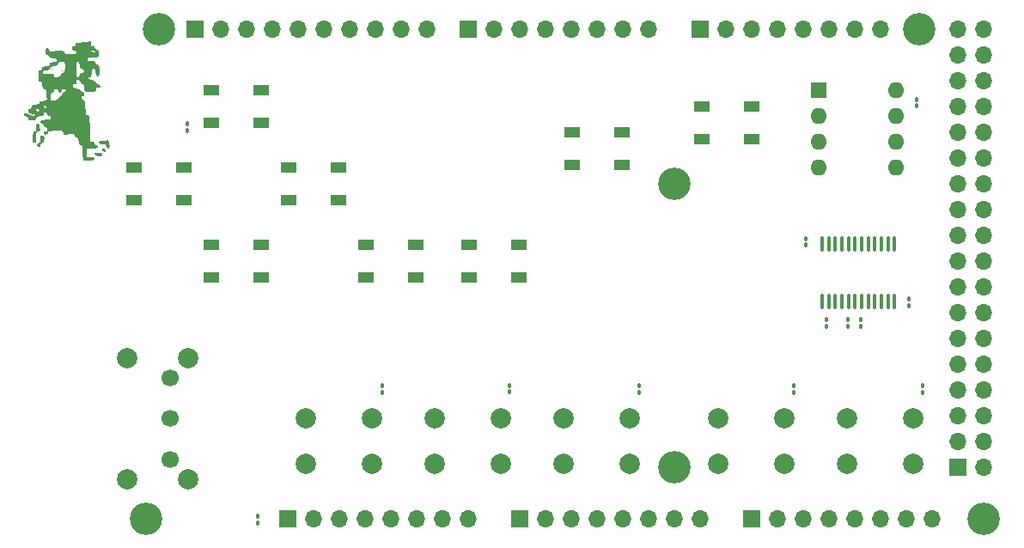
<source format=gts>
%TF.GenerationSoftware,KiCad,Pcbnew,(6.0.7)*%
%TF.CreationDate,2022-10-21T14:36:51-04:00*%
%TF.ProjectId,dmgc-attiny-arduino-mega,646d6763-2d61-4747-9469-6e792d617264,rev?*%
%TF.SameCoordinates,Original*%
%TF.FileFunction,Soldermask,Top*%
%TF.FilePolarity,Negative*%
%FSLAX46Y46*%
G04 Gerber Fmt 4.6, Leading zero omitted, Abs format (unit mm)*
G04 Created by KiCad (PCBNEW (6.0.7)) date 2022-10-21 14:36:51*
%MOMM*%
%LPD*%
G01*
G04 APERTURE LIST*
G04 Aperture macros list*
%AMRoundRect*
0 Rectangle with rounded corners*
0 $1 Rounding radius*
0 $2 $3 $4 $5 $6 $7 $8 $9 X,Y pos of 4 corners*
0 Add a 4 corners polygon primitive as box body*
4,1,4,$2,$3,$4,$5,$6,$7,$8,$9,$2,$3,0*
0 Add four circle primitives for the rounded corners*
1,1,$1+$1,$2,$3*
1,1,$1+$1,$4,$5*
1,1,$1+$1,$6,$7*
1,1,$1+$1,$8,$9*
0 Add four rect primitives between the rounded corners*
20,1,$1+$1,$2,$3,$4,$5,0*
20,1,$1+$1,$4,$5,$6,$7,0*
20,1,$1+$1,$6,$7,$8,$9,0*
20,1,$1+$1,$8,$9,$2,$3,0*%
G04 Aperture macros list end*
%ADD10R,1.700000X1.700000*%
%ADD11O,1.700000X1.700000*%
%ADD12RoundRect,0.100000X-0.100000X0.130000X-0.100000X-0.130000X0.100000X-0.130000X0.100000X0.130000X0*%
%ADD13RoundRect,0.100000X0.100000X-0.130000X0.100000X0.130000X-0.100000X0.130000X-0.100000X-0.130000X0*%
%ADD14C,2.000000*%
%ADD15C,3.200000*%
%ADD16R,1.500000X1.000000*%
%ADD17RoundRect,0.100000X-0.100000X0.637500X-0.100000X-0.637500X0.100000X-0.637500X0.100000X0.637500X0*%
%ADD18C,1.700000*%
%ADD19R,1.600000X1.600000*%
%ADD20O,1.600000X1.600000*%
G04 APERTURE END LIST*
%TO.C,G\u002A\u002A\u002A*%
G36*
X109985097Y-61034460D02*
G01*
X110020473Y-61116172D01*
X110016071Y-61252468D01*
X109912406Y-61285505D01*
X109759811Y-61227877D01*
X109714500Y-61166782D01*
X109702152Y-61031167D01*
X109719552Y-60997449D01*
X109860174Y-60947157D01*
X109985097Y-61034460D01*
G37*
G36*
X102539386Y-57052172D02*
G01*
X102686169Y-56980784D01*
X102729886Y-56861672D01*
X102737800Y-56840505D01*
X103899941Y-56840505D01*
X103970244Y-56943983D01*
X104066617Y-56967505D01*
X104187912Y-56926486D01*
X104184559Y-56840505D01*
X104077956Y-56727981D01*
X104017882Y-56713505D01*
X103913544Y-56781474D01*
X103899941Y-56840505D01*
X102737800Y-56840505D01*
X102776744Y-56736347D01*
X102902432Y-56672241D01*
X103116774Y-56645137D01*
X103350032Y-56613112D01*
X103455844Y-56547375D01*
X103476608Y-56454637D01*
X103506520Y-56347010D01*
X103625301Y-56299304D01*
X103817931Y-56290172D01*
X104044249Y-56271200D01*
X104175607Y-56193648D01*
X104228399Y-56026563D01*
X104222468Y-55844801D01*
X104577274Y-55844801D01*
X104586052Y-56065680D01*
X104607867Y-56201583D01*
X104615209Y-56215217D01*
X104715540Y-56231734D01*
X104919749Y-56226706D01*
X104996209Y-56220435D01*
X105223040Y-56181743D01*
X105322733Y-56107370D01*
X105339274Y-56019352D01*
X105412340Y-55859366D01*
X105508608Y-55806704D01*
X105646389Y-55706108D01*
X105677941Y-55608852D01*
X105751557Y-55470950D01*
X105867576Y-55428227D01*
X106034619Y-55356495D01*
X106091906Y-55241562D01*
X106034537Y-55139531D01*
X105895816Y-55104838D01*
X105726748Y-55142142D01*
X105677943Y-55272694D01*
X105677941Y-55274172D01*
X105618072Y-55415676D01*
X105508608Y-55443505D01*
X105367103Y-55383636D01*
X105339274Y-55274172D01*
X105289665Y-55141387D01*
X105127608Y-55104838D01*
X104959555Y-55146485D01*
X104915941Y-55264297D01*
X104844430Y-55413282D01*
X104746608Y-55468037D01*
X104631211Y-55538073D01*
X104583023Y-55698769D01*
X104577274Y-55844801D01*
X104222468Y-55844801D01*
X104219015Y-55738990D01*
X104199766Y-55569134D01*
X104154577Y-55294527D01*
X104095805Y-55152391D01*
X104006289Y-55105900D01*
X103983383Y-55104838D01*
X103877440Y-55068674D01*
X103821007Y-54933510D01*
X103798976Y-54745005D01*
X103767565Y-54512751D01*
X103702795Y-54407105D01*
X103603608Y-54385172D01*
X103512257Y-54366672D01*
X103457572Y-54286829D01*
X103427132Y-54109122D01*
X103409239Y-53813671D01*
X103400143Y-53510100D01*
X103406356Y-53425223D01*
X103815274Y-53425223D01*
X103839980Y-53520704D01*
X103934349Y-53575581D01*
X104128763Y-53596388D01*
X104453602Y-53589661D01*
X104556108Y-53584583D01*
X104783813Y-53583175D01*
X104888707Y-53624227D01*
X104915781Y-53727491D01*
X104915941Y-53742546D01*
X104942457Y-53858599D01*
X105052359Y-53909454D01*
X105248719Y-53919505D01*
X105470553Y-53903888D01*
X105574946Y-53839244D01*
X105608552Y-53729005D01*
X105703053Y-53558570D01*
X105813562Y-53513094D01*
X105915006Y-53477915D01*
X105971454Y-53381696D01*
X105998145Y-53183138D01*
X106002248Y-53087774D01*
X107134731Y-53087774D01*
X107135858Y-53418159D01*
X107146811Y-53683154D01*
X107165393Y-53837262D01*
X107171736Y-53854462D01*
X107284092Y-53914945D01*
X107420407Y-53862344D01*
X107515682Y-53727661D01*
X107525329Y-53685807D01*
X107609534Y-53527185D01*
X107715829Y-53496172D01*
X107850835Y-53441733D01*
X107882613Y-53321270D01*
X107816078Y-53199064D01*
X107688774Y-53142227D01*
X107563450Y-53095369D01*
X107499344Y-52969680D01*
X107472239Y-52755338D01*
X107438111Y-52518353D01*
X107368921Y-52412202D01*
X107294962Y-52395505D01*
X107219431Y-52415277D01*
X107172909Y-52496493D01*
X107147792Y-52672007D01*
X107136476Y-52974669D01*
X107134731Y-53087774D01*
X106002248Y-53087774D01*
X106006438Y-52990392D01*
X106002834Y-52716291D01*
X105978169Y-52517200D01*
X105947542Y-52447480D01*
X105821732Y-52429946D01*
X105607291Y-52445638D01*
X105564166Y-52452093D01*
X105338550Y-52518363D01*
X105256101Y-52628320D01*
X105254608Y-52650969D01*
X105207254Y-52755182D01*
X105043545Y-52824420D01*
X104866924Y-52857748D01*
X104621016Y-52911073D01*
X104522415Y-52980545D01*
X104524560Y-53033983D01*
X104527936Y-53155307D01*
X104408300Y-53225801D01*
X104144408Y-53257124D01*
X104115774Y-53258312D01*
X103905256Y-53288118D01*
X103821866Y-53370529D01*
X103815274Y-53425223D01*
X103406356Y-53425223D01*
X103412713Y-53338387D01*
X103456553Y-53261485D01*
X103541267Y-53242350D01*
X103557406Y-53242171D01*
X103702730Y-53183163D01*
X103730608Y-53082452D01*
X103770396Y-52973369D01*
X103914581Y-52904002D01*
X104111608Y-52865597D01*
X104357744Y-52811935D01*
X104471649Y-52734264D01*
X104492608Y-52649185D01*
X104528291Y-52542795D01*
X104662178Y-52486199D01*
X104852441Y-52463873D01*
X105084695Y-52432462D01*
X105190341Y-52367693D01*
X105212274Y-52268505D01*
X105180362Y-52155779D01*
X105056247Y-52097272D01*
X104861154Y-52073562D01*
X104613697Y-52032562D01*
X104491727Y-51943457D01*
X104466914Y-51883062D01*
X104354559Y-51744248D01*
X104246534Y-51718171D01*
X104131080Y-51692280D01*
X104079939Y-51584361D01*
X104069274Y-51379505D01*
X104083474Y-51157937D01*
X104140869Y-51060012D01*
X104238608Y-51040838D01*
X104378717Y-51099191D01*
X104407941Y-51218596D01*
X104417656Y-51302569D01*
X104468447Y-51352936D01*
X104592781Y-51376034D01*
X104823128Y-51378203D01*
X105166874Y-51366762D01*
X105528423Y-51355419D01*
X105754344Y-51359715D01*
X105878065Y-51385616D01*
X105933017Y-51439087D01*
X105950040Y-51506505D01*
X106032827Y-51644960D01*
X106122441Y-51668783D01*
X106292156Y-51661876D01*
X106553904Y-51652391D01*
X106693941Y-51647616D01*
X106948743Y-51629502D01*
X107075651Y-51585410D01*
X107105424Y-51520373D01*
X108175608Y-51520373D01*
X108577774Y-51534605D01*
X108833393Y-51530150D01*
X108955654Y-51486937D01*
X108979941Y-51421838D01*
X108906175Y-51321720D01*
X108747108Y-51300789D01*
X108597398Y-51311065D01*
X108603902Y-51340374D01*
X108683608Y-51376128D01*
X108762103Y-51422931D01*
X108705096Y-51455569D01*
X108514274Y-51482945D01*
X108175608Y-51520373D01*
X107105424Y-51520373D01*
X107115910Y-51497468D01*
X107117274Y-51464172D01*
X107067665Y-51331387D01*
X106905608Y-51294838D01*
X106744486Y-51259869D01*
X106694835Y-51122178D01*
X106693941Y-51083172D01*
X106733628Y-50917190D01*
X106863274Y-50871505D01*
X107004778Y-50811636D01*
X107032608Y-50702172D01*
X107075037Y-50575796D01*
X107230059Y-50533712D01*
X107274188Y-50532838D01*
X107490905Y-50523966D01*
X107797791Y-50501061D01*
X108036188Y-50478444D01*
X108556608Y-50424050D01*
X108556608Y-50653099D01*
X108581481Y-50817969D01*
X108683653Y-50861314D01*
X108747108Y-50855660D01*
X108904299Y-50878361D01*
X108964663Y-51019671D01*
X109046762Y-51177870D01*
X109146270Y-51210171D01*
X109254284Y-51252665D01*
X109313749Y-51405130D01*
X109333538Y-51553237D01*
X109345615Y-51777058D01*
X109335867Y-51917452D01*
X109328320Y-51934237D01*
X109230319Y-51953916D01*
X109012385Y-51967628D01*
X108754163Y-51972172D01*
X108463175Y-51975837D01*
X108302711Y-51997509D01*
X108233975Y-52053195D01*
X108218169Y-52158908D01*
X108217941Y-52193452D01*
X108228569Y-52328046D01*
X108290712Y-52383134D01*
X108449761Y-52378725D01*
X108592499Y-52358563D01*
X108825079Y-52331679D01*
X108939964Y-52354390D01*
X108985564Y-52443374D01*
X108994666Y-52497116D01*
X109089470Y-52671053D01*
X109212774Y-52718893D01*
X109316165Y-52748220D01*
X109373448Y-52825806D01*
X109398019Y-52991836D01*
X109403274Y-53286497D01*
X109403274Y-53290393D01*
X109397623Y-53586850D01*
X109373166Y-53751479D01*
X109318646Y-53821620D01*
X109239129Y-53834838D01*
X109127034Y-53796804D01*
X109057302Y-53656961D01*
X109019155Y-53462549D01*
X108965430Y-53221008D01*
X108889274Y-53118303D01*
X108823467Y-53111000D01*
X108737306Y-53137327D01*
X108688632Y-53211487D01*
X108664052Y-53374904D01*
X108651040Y-53644338D01*
X108620055Y-53840964D01*
X108527711Y-53914717D01*
X108471941Y-53919505D01*
X108315468Y-53950086D01*
X108292993Y-54023420D01*
X108384493Y-54111894D01*
X108569946Y-54187894D01*
X108683608Y-54211413D01*
X108928100Y-54264080D01*
X109041838Y-54340227D01*
X109064608Y-54432693D01*
X109127763Y-54571504D01*
X109224882Y-54596838D01*
X109383989Y-54659087D01*
X109436549Y-54730763D01*
X109480086Y-54877178D01*
X109424092Y-54929130D01*
X109276274Y-54935505D01*
X109115152Y-54970474D01*
X109065501Y-55108165D01*
X109064608Y-55147172D01*
X109054840Y-55261342D01*
X108999922Y-55324720D01*
X108861434Y-55352216D01*
X108600953Y-55358737D01*
X108519142Y-55358838D01*
X107973677Y-55358838D01*
X107947642Y-54999005D01*
X107915261Y-54764086D01*
X107845303Y-54650239D01*
X107731108Y-54612116D01*
X107573111Y-54530316D01*
X107540608Y-54431486D01*
X107464180Y-54291753D01*
X107321026Y-54235936D01*
X107165022Y-54224502D01*
X107126934Y-54303245D01*
X107139952Y-54395399D01*
X107140179Y-54547424D01*
X107029906Y-54595307D01*
X106978533Y-54596838D01*
X106823111Y-54637055D01*
X106778698Y-54787146D01*
X106778608Y-54798891D01*
X106802101Y-54929108D01*
X106901962Y-55003498D01*
X107122260Y-55052378D01*
X107154244Y-55057275D01*
X107430022Y-55127774D01*
X107551632Y-55236235D01*
X107557540Y-55257236D01*
X107652708Y-55375220D01*
X107753404Y-55401019D01*
X107903986Y-55470864D01*
X107948663Y-55591672D01*
X107932623Y-55740815D01*
X107802497Y-55782168D01*
X107800496Y-55782172D01*
X107655043Y-55839060D01*
X107625274Y-55951505D01*
X107686010Y-56094143D01*
X107783687Y-56120838D01*
X107861060Y-56140144D01*
X107914427Y-56218939D01*
X107952749Y-56388538D01*
X107984984Y-56680255D01*
X108001710Y-56882838D01*
X108034778Y-57249430D01*
X108069872Y-57477612D01*
X108115513Y-57598183D01*
X108180220Y-57641942D01*
X108212504Y-57644838D01*
X108306056Y-57698714D01*
X108376810Y-57868528D01*
X108426574Y-58166556D01*
X108457156Y-58605074D01*
X108470363Y-59196360D01*
X108471205Y-59401672D01*
X108471941Y-60269505D01*
X108683608Y-60269505D01*
X108849589Y-60309192D01*
X108895274Y-60438838D01*
X108955143Y-60580342D01*
X109064608Y-60608172D01*
X109206112Y-60668040D01*
X109233941Y-60777505D01*
X109216789Y-60869145D01*
X109140387Y-60920237D01*
X108967320Y-60942293D01*
X108683608Y-60946838D01*
X108133274Y-60946838D01*
X108133274Y-61793505D01*
X108505216Y-61793505D01*
X108784565Y-61821631D01*
X108918554Y-61903057D01*
X108922715Y-61912227D01*
X108941783Y-62022402D01*
X108877000Y-62089000D01*
X108701202Y-62122170D01*
X108387225Y-62132065D01*
X108334126Y-62132172D01*
X107801200Y-62132172D01*
X107776737Y-61391338D01*
X107761681Y-61034808D01*
X107739619Y-60815074D01*
X107702041Y-60699606D01*
X107640438Y-60655873D01*
X107582941Y-60650505D01*
X107470687Y-60618943D01*
X107412181Y-60495917D01*
X107387831Y-60295956D01*
X107354477Y-60062106D01*
X107281973Y-59949659D01*
X107176164Y-59914956D01*
X107008238Y-59817299D01*
X106963702Y-59701695D01*
X106937641Y-59601471D01*
X106869134Y-59551117D01*
X106717905Y-59540877D01*
X106443677Y-59560997D01*
X106399605Y-59565080D01*
X106107979Y-59588663D01*
X105944164Y-59583233D01*
X105867611Y-59537915D01*
X105837772Y-59441830D01*
X105833510Y-59413223D01*
X105774101Y-59262070D01*
X105699108Y-59219638D01*
X105567049Y-59225366D01*
X105316772Y-59232630D01*
X104999368Y-59239970D01*
X104958274Y-59240805D01*
X104633246Y-59251528D01*
X104442539Y-59274232D01*
X104351155Y-59318950D01*
X104324093Y-59395715D01*
X104323274Y-59422838D01*
X104261258Y-59553485D01*
X104126128Y-59594036D01*
X103994258Y-59533931D01*
X103957166Y-59473449D01*
X103953708Y-59323801D01*
X104094651Y-59257766D01*
X104173941Y-59253505D01*
X104295006Y-59207779D01*
X104307996Y-59063005D01*
X104223831Y-58903665D01*
X104111723Y-58872389D01*
X103970209Y-58812235D01*
X103942390Y-58703056D01*
X103873012Y-58551715D01*
X103751774Y-58506783D01*
X103592827Y-58423504D01*
X103561274Y-58320323D01*
X103584605Y-58230820D01*
X103679234Y-58177794D01*
X103882115Y-58148352D01*
X104090441Y-58135712D01*
X104382745Y-58115591D01*
X104546285Y-58080009D01*
X104621631Y-58013233D01*
X104646663Y-57920005D01*
X104635306Y-57777712D01*
X104514486Y-57731213D01*
X104456163Y-57729505D01*
X104287252Y-57692083D01*
X104238609Y-57561205D01*
X104238608Y-57560172D01*
X104178739Y-57418667D01*
X104069274Y-57390838D01*
X103927115Y-57451305D01*
X103899941Y-57554984D01*
X103862794Y-57665889D01*
X103725638Y-57735458D01*
X103518941Y-57776264D01*
X103272965Y-57829830D01*
X103159074Y-57907353D01*
X103137941Y-57993118D01*
X103109619Y-58093539D01*
X102996732Y-58140926D01*
X102757402Y-58152838D01*
X102756941Y-58152838D01*
X102518846Y-58141759D01*
X102406258Y-58095753D01*
X102376086Y-57995669D01*
X102375941Y-57983505D01*
X102315220Y-57840932D01*
X102216482Y-57814172D01*
X102067497Y-57742661D01*
X102012742Y-57644838D01*
X102012804Y-57516784D01*
X102133533Y-57476385D01*
X102174858Y-57475505D01*
X102351982Y-57521975D01*
X102429990Y-57602505D01*
X102536362Y-57698534D01*
X102714985Y-57736106D01*
X102900183Y-57717473D01*
X103026279Y-57644891D01*
X103046590Y-57581338D01*
X103024906Y-57501106D01*
X102997201Y-57539005D01*
X102890012Y-57615792D01*
X102728719Y-57638887D01*
X102581252Y-57628639D01*
X102590419Y-57598230D01*
X102672274Y-57560172D01*
X102772638Y-57508187D01*
X102725865Y-57486821D01*
X102608774Y-57481456D01*
X102436609Y-57447843D01*
X102378640Y-57328047D01*
X102375941Y-57263838D01*
X102396605Y-57179172D01*
X103137941Y-57179172D01*
X103208527Y-57282600D01*
X103307274Y-57306172D01*
X103445178Y-57253232D01*
X103476608Y-57179172D01*
X103406021Y-57075743D01*
X103307274Y-57052172D01*
X103169370Y-57105111D01*
X103137941Y-57179172D01*
X102396605Y-57179172D01*
X102416737Y-57096688D01*
X102539386Y-57052172D01*
G37*
G36*
X103909879Y-59690084D02*
G01*
X103969440Y-59760947D01*
X103974875Y-59936118D01*
X103968309Y-60036672D01*
X103936898Y-60268925D01*
X103872129Y-60374572D01*
X103772941Y-60396505D01*
X103643569Y-60441998D01*
X103623776Y-60587005D01*
X103604421Y-60731436D01*
X103473673Y-60776607D01*
X103433276Y-60777505D01*
X103266630Y-60736304D01*
X103222608Y-60614060D01*
X103293995Y-60467276D01*
X103413108Y-60423560D01*
X103532085Y-60386345D01*
X103580248Y-60287593D01*
X103578279Y-60077928D01*
X103575160Y-60036672D01*
X103565455Y-59811174D01*
X103600948Y-59707174D01*
X103706978Y-59678008D01*
X103770529Y-59676838D01*
X103909879Y-59690084D01*
G37*
G36*
X103462026Y-58565522D02*
G01*
X103520533Y-58688927D01*
X103544659Y-58887186D01*
X103549853Y-59114036D01*
X103506851Y-59223567D01*
X103393753Y-59265737D01*
X103377650Y-59268186D01*
X103273321Y-59297450D01*
X103215097Y-59374126D01*
X103189403Y-59538318D01*
X103182663Y-59830131D01*
X103182598Y-59844417D01*
X103173621Y-60150065D01*
X103143419Y-60324265D01*
X103082208Y-60404513D01*
X103031851Y-60422174D01*
X102883757Y-60389203D01*
X102836543Y-60329170D01*
X102805083Y-60149361D01*
X102804356Y-59900924D01*
X102828504Y-59639002D01*
X102871667Y-59418738D01*
X102927989Y-59295276D01*
X102947441Y-59285255D01*
X103109291Y-59267103D01*
X103132804Y-59264088D01*
X103178077Y-59181961D01*
X103197721Y-58988031D01*
X103196304Y-58893672D01*
X103197423Y-58665053D01*
X103240545Y-58559882D01*
X103344543Y-58533860D01*
X103349608Y-58533838D01*
X103462026Y-58565522D01*
G37*
G36*
X104069274Y-56840505D02*
G01*
X104026941Y-56882838D01*
X103984608Y-56840505D01*
X104026941Y-56798172D01*
X104069274Y-56840505D01*
G37*
G36*
X105762608Y-53284505D02*
G01*
X105720274Y-53326838D01*
X105677941Y-53284505D01*
X105720274Y-53242172D01*
X105762608Y-53284505D01*
G37*
G36*
X104803052Y-53101060D02*
G01*
X104791430Y-53151395D01*
X104746608Y-53157505D01*
X104676917Y-53126527D01*
X104690163Y-53101060D01*
X104790643Y-53090927D01*
X104803052Y-53101060D01*
G37*
G36*
X110365067Y-60442971D02*
G01*
X110410751Y-60724218D01*
X110399869Y-60878163D01*
X110324447Y-60939714D01*
X110249941Y-60946838D01*
X110117156Y-60897229D01*
X110080608Y-60735172D01*
X110064816Y-60604556D01*
X109987194Y-60542672D01*
X109802371Y-60524313D01*
X109699608Y-60523505D01*
X109472388Y-60506688D01*
X109336090Y-60464141D01*
X109318608Y-60438838D01*
X109317594Y-60299882D01*
X109317482Y-60293395D01*
X109393676Y-60256363D01*
X109592514Y-60222161D01*
X109813609Y-60202278D01*
X110310860Y-60171936D01*
X110365067Y-60442971D01*
G37*
G36*
X109514369Y-61381251D02*
G01*
X109626957Y-61427257D01*
X109657129Y-61527340D01*
X109657274Y-61539505D01*
X109627985Y-61651465D01*
X109510389Y-61700111D01*
X109327666Y-61708838D01*
X109062356Y-61674193D01*
X108946666Y-61574913D01*
X108907257Y-61452176D01*
X108936892Y-61392011D01*
X109071495Y-61372105D01*
X109276274Y-61370172D01*
X109514369Y-61381251D01*
G37*
%TD*%
D10*
%TO.C,J4*%
X193980000Y-92380000D03*
D11*
X196520000Y-92380000D03*
X193980000Y-89840000D03*
X196520000Y-89840000D03*
X193980000Y-87300000D03*
X196520000Y-87300000D03*
X193980000Y-84760000D03*
X196520000Y-84760000D03*
X193980000Y-82220000D03*
X196520000Y-82220000D03*
X193980000Y-79680000D03*
X196520000Y-79680000D03*
X193980000Y-77140000D03*
X196520000Y-77140000D03*
X193980000Y-74600000D03*
X196520000Y-74600000D03*
X193980000Y-72060000D03*
X196520000Y-72060000D03*
X193980000Y-69520000D03*
X196520000Y-69520000D03*
X193980000Y-66980000D03*
X196520000Y-66980000D03*
X193980000Y-64440000D03*
X196520000Y-64440000D03*
X193980000Y-61900000D03*
X196520000Y-61900000D03*
X193980000Y-59360000D03*
X196520000Y-59360000D03*
X193980000Y-56820000D03*
X196520000Y-56820000D03*
X193980000Y-54280000D03*
X196520000Y-54280000D03*
X193980000Y-51740000D03*
X196520000Y-51740000D03*
X193980000Y-49200000D03*
X196520000Y-49200000D03*
%TD*%
D10*
%TO.C,J1*%
X127940000Y-97460000D03*
D11*
X130480000Y-97460000D03*
X133020000Y-97460000D03*
X135560000Y-97460000D03*
X138100000Y-97460000D03*
X140640000Y-97460000D03*
X143180000Y-97460000D03*
X145720000Y-97460000D03*
%TD*%
D10*
%TO.C,J2*%
X150800000Y-97460000D03*
D11*
X153340000Y-97460000D03*
X155880000Y-97460000D03*
X158420000Y-97460000D03*
X160960000Y-97460000D03*
X163500000Y-97460000D03*
X166040000Y-97460000D03*
X168580000Y-97460000D03*
%TD*%
D10*
%TO.C,J3*%
X173660000Y-97460000D03*
D11*
X176200000Y-97460000D03*
X178740000Y-97460000D03*
X181280000Y-97460000D03*
X183820000Y-97460000D03*
X186360000Y-97460000D03*
X188900000Y-97460000D03*
X191440000Y-97460000D03*
%TD*%
D10*
%TO.C,J5*%
X118796000Y-49200000D03*
D11*
X121336000Y-49200000D03*
X123876000Y-49200000D03*
X126416000Y-49200000D03*
X128956000Y-49200000D03*
X131496000Y-49200000D03*
X134036000Y-49200000D03*
X136576000Y-49200000D03*
X139116000Y-49200000D03*
X141656000Y-49200000D03*
%TD*%
D10*
%TO.C,J6*%
X145720000Y-49200000D03*
D11*
X148260000Y-49200000D03*
X150800000Y-49200000D03*
X153340000Y-49200000D03*
X155880000Y-49200000D03*
X158420000Y-49200000D03*
X160960000Y-49200000D03*
X163500000Y-49200000D03*
%TD*%
D10*
%TO.C,J7*%
X168580000Y-49200000D03*
D11*
X171120000Y-49200000D03*
X173660000Y-49200000D03*
X176200000Y-49200000D03*
X178740000Y-49200000D03*
X181280000Y-49200000D03*
X183820000Y-49200000D03*
X186360000Y-49200000D03*
%TD*%
D12*
%TO.C,R10*%
X190537972Y-84363220D03*
X190537972Y-85003220D03*
%TD*%
D13*
%TO.C,R2*%
X189154000Y-76444000D03*
X189154000Y-75804000D03*
%TD*%
D12*
%TO.C,R9*%
X137252690Y-84363220D03*
X137252690Y-85003220D03*
%TD*%
D14*
%TO.C,SW4*%
X142470000Y-87590000D03*
X148970000Y-87590000D03*
X142470000Y-92090000D03*
X148970000Y-92090000D03*
%TD*%
D15*
%TO.C,MH6*%
X196520000Y-97460000D03*
%TD*%
D14*
%TO.C,SW5*%
X129770000Y-87590000D03*
X136270000Y-87590000D03*
X129770000Y-92090000D03*
X136270000Y-92090000D03*
%TD*%
D12*
%TO.C,R8*%
X149844601Y-84337626D03*
X149844601Y-84977626D03*
%TD*%
%TO.C,R7*%
X162641258Y-84363220D03*
X162641258Y-85003220D03*
%TD*%
D16*
%TO.C,D2*%
X112790000Y-62840000D03*
X112790000Y-66040000D03*
X117690000Y-66040000D03*
X117690000Y-62840000D03*
%TD*%
D13*
%TO.C,C1*%
X125019000Y-97871000D03*
X125019000Y-97231000D03*
%TD*%
D17*
%TO.C,U2*%
X187776000Y-70340500D03*
X187126000Y-70340500D03*
X186476000Y-70340500D03*
X185826000Y-70340500D03*
X185176000Y-70340500D03*
X184526000Y-70340500D03*
X183876000Y-70340500D03*
X183226000Y-70340500D03*
X182576000Y-70340500D03*
X181926000Y-70340500D03*
X181276000Y-70340500D03*
X180626000Y-70340500D03*
X180626000Y-76065500D03*
X181276000Y-76065500D03*
X181926000Y-76065500D03*
X182576000Y-76065500D03*
X183226000Y-76065500D03*
X183876000Y-76065500D03*
X184526000Y-76065500D03*
X185176000Y-76065500D03*
X185826000Y-76065500D03*
X186476000Y-76065500D03*
X187126000Y-76065500D03*
X187776000Y-76065500D03*
%TD*%
D12*
%TO.C,R6*%
X177843687Y-84363220D03*
X177843687Y-85003220D03*
%TD*%
D15*
%TO.C,MH1*%
X115240000Y-49200000D03*
%TD*%
D16*
%TO.C,D7*%
X160870000Y-59360000D03*
X160870000Y-62560000D03*
X155970000Y-62560000D03*
X155970000Y-59360000D03*
%TD*%
%TO.C,D6*%
X145810000Y-70460000D03*
X145810000Y-73660000D03*
X150710000Y-73660000D03*
X150710000Y-70460000D03*
%TD*%
D14*
%TO.C,SW2*%
X170410000Y-87590000D03*
X176910000Y-87590000D03*
X170410000Y-92090000D03*
X176910000Y-92090000D03*
%TD*%
%TO.C,SW6*%
X183110000Y-87590000D03*
X189610000Y-87590000D03*
X183110000Y-92090000D03*
X189610000Y-92090000D03*
%TD*%
D16*
%TO.C,D3*%
X120410000Y-70460000D03*
X120410000Y-73660000D03*
X125310000Y-73660000D03*
X125310000Y-70460000D03*
%TD*%
D14*
%TO.C,SW1*%
X112131500Y-81596500D03*
X112131500Y-93596500D03*
X118131500Y-93596500D03*
X118131500Y-81596500D03*
D18*
X116381500Y-83596500D03*
X116381500Y-87596500D03*
X116381500Y-91596500D03*
%TD*%
D13*
%TO.C,R4*%
X183185000Y-78476000D03*
X183185000Y-77836000D03*
%TD*%
D16*
%TO.C,D5*%
X135650000Y-70460000D03*
X135650000Y-73660000D03*
X140550000Y-73660000D03*
X140550000Y-70460000D03*
%TD*%
D12*
%TO.C,C3*%
X178994000Y-69835000D03*
X178994000Y-70475000D03*
%TD*%
D13*
%TO.C,R3*%
X181026000Y-78476000D03*
X181026000Y-77836000D03*
%TD*%
%TO.C,R5*%
X184455000Y-78476000D03*
X184455000Y-77836000D03*
%TD*%
D14*
%TO.C,SW3*%
X155170000Y-87590000D03*
X161670000Y-87590000D03*
X155170000Y-92090000D03*
X161670000Y-92090000D03*
%TD*%
D16*
%TO.C,D4*%
X128030000Y-62840000D03*
X128030000Y-66040000D03*
X132930000Y-66040000D03*
X132930000Y-62840000D03*
%TD*%
D12*
%TO.C,C2*%
X189916000Y-56119000D03*
X189916000Y-56759000D03*
%TD*%
D13*
%TO.C,R1*%
X118034000Y-59172000D03*
X118034000Y-58532000D03*
%TD*%
D19*
%TO.C,U1*%
X180274000Y-55179000D03*
D20*
X180274000Y-57719000D03*
X180274000Y-60259000D03*
X180274000Y-62799000D03*
X187894000Y-62799000D03*
X187894000Y-60259000D03*
X187894000Y-57719000D03*
X187894000Y-55179000D03*
%TD*%
D15*
%TO.C,MH2*%
X113970000Y-97460000D03*
%TD*%
D16*
%TO.C,D8*%
X168760000Y-56820000D03*
X168760000Y-60020000D03*
X173660000Y-60020000D03*
X173660000Y-56820000D03*
%TD*%
%TO.C,D1*%
X120410000Y-55220000D03*
X120410000Y-58420000D03*
X125310000Y-58420000D03*
X125310000Y-55220000D03*
%TD*%
D15*
%TO.C,MH3*%
X166040000Y-64440000D03*
%TD*%
%TO.C,MH4*%
X166040000Y-92380000D03*
%TD*%
%TO.C,MH5*%
X190170000Y-49200000D03*
%TD*%
M02*

</source>
